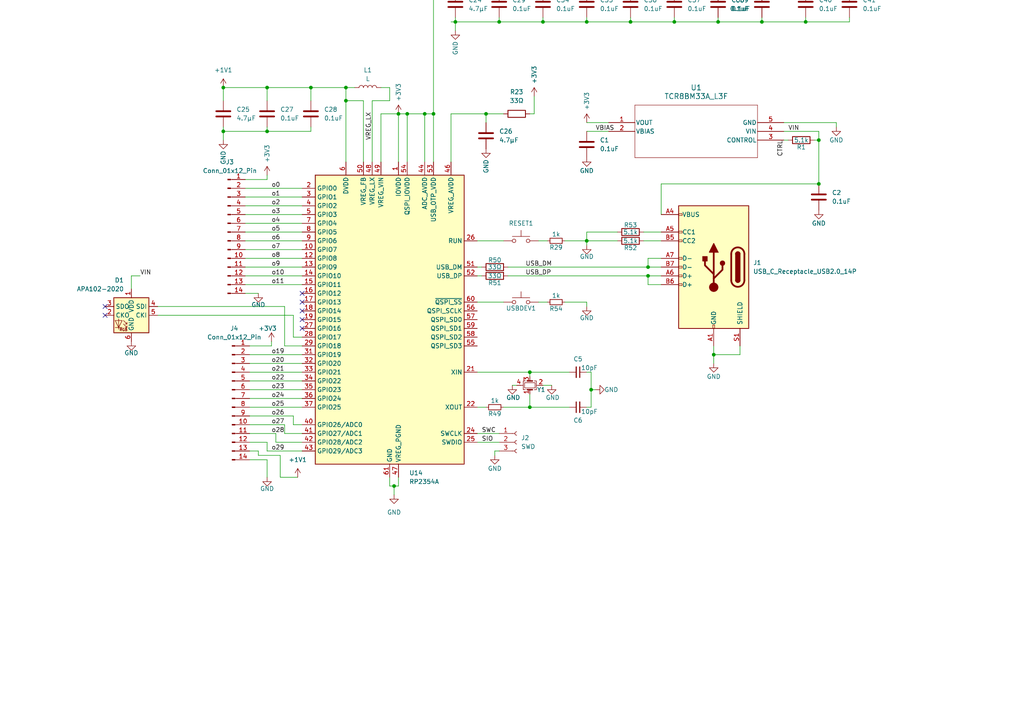
<source format=kicad_sch>
(kicad_sch (version 20250114) (generator "eeschema") (generator_version "9.0")
  (paper "A4")
  (lib_symbols
    (symbol "2026-02-17_20-55-50:TCR8BM33A_L3F" (pin_names (offset 0.254))
      (property "Reference" "U" (at 25.4 10.16 0))
      (property "Value" "TCR8BM33A_L3F" (at 25.4 7.62 0))
      (symbol "TCR8BM33A_L3F_0_1"
        (polyline (pts (xy 7.62 5.08) (xy 7.62 -10.16)) (stroke (width 0.127)))
        (polyline (pts (xy 7.62 -10.16) (xy 43.18 -10.16)) (stroke (width 0.127)))
        (polyline (pts (xy 43.18 5.08) (xy 7.62 5.08)) (stroke (width 0.127)))
        (polyline (pts (xy 43.18 -10.16) (xy 43.18 5.08)) (stroke (width 0.127)))
        (pin output line (at 0 0 0) (length 7.62) (name "VOUT") (number "1"))
        (pin power_in line (at 0 -2.54 0) (length 7.62) (name "VBIAS") (number "2"))
        (pin power_out line (at 50.8 0 180) (length 7.62) (name "GND") (number "5"))
        (pin power_in line (at 50.8 -2.54 180) (length 7.62) (name "VIN") (number "4"))
        (pin unspecified line (at 50.8 -5.08 180) (length 7.62) (name "CONTROL") (number "3"))
      )
    )
    (symbol "Connector:Conn_01x03_Socket" (pin_names (offset 1.016) (hide yes))
      (property "Reference" "J" (at 0 5.08 0))
      (property "Value" "Conn_01x03_Socket" (at 0 -5.08 0))
      (symbol "Conn_01x03_Socket_1_1"
        (polyline (pts (xy -1.27 2.54) (xy -0.508 2.54)) (stroke (width 0.1524)))
        (polyline (pts (xy -1.27 0) (xy -0.508 0)) (stroke (width 0.1524)))
        (polyline (pts (xy -1.27 -2.54) (xy -0.508 -2.54)) (stroke (width 0.1524)))
        (arc (start 0 2.032) (mid -0.5058 2.54) (end 0 3.048) (stroke (width 0.1524)))
        (arc (start 0 -0.508) (mid -0.5058 0) (end 0 0.508) (stroke (width 0.1524)))
        (arc (start 0 -3.048) (mid -0.5058 -2.54) (end 0 -2.032) (stroke (width 0.1524)))
        (pin passive line (at -5.08 2.54 0) (length 3.81) (name "Pin_1") (number "1"))
        (pin passive line (at -5.08 0 0) (length 3.81) (name "Pin_2") (number "2"))
        (pin passive line (at -5.08 -2.54 0) (length 3.81) (name "Pin_3") (number "3"))
      )
    )
    (symbol "Connector:Conn_01x14_Pin" (pin_names (offset 1.016) (hide yes))
      (property "Reference" "J" (at 0 17.78 0))
      (property "Value" "Conn_01x14_Pin" (at 0 -20.32 0))
      (symbol "Conn_01x14_Pin_1_1"
        (rectangle (start 0.8636 15.367) (end 0 15.113) (stroke (width 0.1524)) (fill (type outline)))
        (rectangle (start 0.8636 12.827) (end 0 12.573) (stroke (width 0.1524)) (fill (type outline)))
        (rectangle (start 0.8636 10.287) (end 0 10.033) (stroke (width 0.1524)) (fill (type outline)))
        (rectangle (start 0.8636 7.747) (end 0 7.493) (stroke (width 0.1524)) (fill (type outline)))
        (rectangle (start 0.8636 5.207) (end 0 4.953) (stroke (width 0.1524)) (fill (type outline)))
        (rectangle (start 0.8636 2.667) (end 0 2.413) (stroke (width 0.1524)) (fill (type outline)))
        (rectangle (start 0.8636 0.127) (end 0 -0.127) (stroke (width 0.1524)) (fill (type outline)))
        (rectangle (start 0.8636 -2.413) (end 0 -2.667) (stroke (width 0.1524)) (fill (type outline)))
        (rectangle (start 0.8636 -4.953) (end 0 -5.207) (stroke (width 0.1524)) (fill (type outline)))
        (rectangle (start 0.8636 -7.493) (end 0 -7.747) (stroke (width 0.1524)) (fill (type outline)))
        (rectangle (start 0.8636 -10.033) (end 0 -10.287) (stroke (width 0.1524)) (fill (type outline)))
        (rectangle (start 0.8636 -12.573) (end 0 -12.827) (stroke (width 0.1524)) (fill (type outline)))
        (rectangle (start 0.8636 -15.113) (end 0 -15.367) (stroke (width 0.1524)) (fill (type outline)))
        (rectangle (start 0.8636 -17.653) (end 0 -17.907) (stroke (width 0.1524)) (fill (type outline)))
        (polyline (pts (xy 1.27 15.24) (xy 0.8636 15.24)) (stroke (width 0.1524)))
        (polyline (pts (xy 1.27 12.7) (xy 0.8636 12.7)) (stroke (width 0.1524)))
        (polyline (pts (xy 1.27 10.16) (xy 0.8636 10.16)) (stroke (width 0.1524)))
        (polyline (pts (xy 1.27 7.62) (xy 0.8636 7.62)) (stroke (width 0.1524)))
        (polyline (pts (xy 1.27 5.08) (xy 0.8636 5.08)) (stroke (width 0.1524)))
        (polyline (pts (xy 1.27 2.54) (xy 0.8636 2.54)) (stroke (width 0.1524)))
        (polyline (pts (xy 1.27 0) (xy 0.8636 0)) (stroke (width 0.1524)))
        (polyline (pts (xy 1.27 -2.54) (xy 0.8636 -2.54)) (stroke (width 0.1524)))
        (polyline (pts (xy 1.27 -5.08) (xy 0.8636 -5.08)) (stroke (width 0.1524)))
        (polyline (pts (xy 1.27 -7.62) (xy 0.8636 -7.62)) (stroke (width 0.1524)))
        (polyline (pts (xy 1.27 -10.16) (xy 0.8636 -10.16)) (stroke (width 0.1524)))
        (polyline (pts (xy 1.27 -12.7) (xy 0.8636 -12.7)) (stroke (width 0.1524)))
        (polyline (pts (xy 1.27 -15.24) (xy 0.8636 -15.24)) (stroke (width 0.1524)))
        (polyline (pts (xy 1.27 -17.78) (xy 0.8636 -17.78)) (stroke (width 0.1524)))
        (pin passive line (at 5.08 15.24 180) (length 3.81) (name "Pin_1") (number "1"))
        (pin passive line (at 5.08 12.7 180) (length 3.81) (name "Pin_2") (number "2"))
        (pin passive line (at 5.08 10.16 180) (length 3.81) (name "Pin_3") (number "3"))
        (pin passive line (at 5.08 7.62 180) (length 3.81) (name "Pin_4") (number "4"))
        (pin passive line (at 5.08 5.08 180) (length 3.81) (name "Pin_5") (number "5"))
        (pin passive line (at 5.08 2.54 180) (length 3.81) (name "Pin_6") (number "6"))
        (pin passive line (at 5.08 0 180) (length 3.81) (name "Pin_7") (number "7"))
        (pin passive line (at 5.08 -2.54 180) (length 3.81) (name "Pin_8") (number "8"))
        (pin passive line (at 5.08 -5.08 180) (length 3.81) (name "Pin_9") (number "9"))
        (pin passive line (at 5.08 -7.62 180) (length 3.81) (name "Pin_10") (number "10"))
        (pin passive line (at 5.08 -10.16 180) (length 3.81) (name "Pin_11") (number "11"))
        (pin passive line (at 5.08 -12.7 180) (length 3.81) (name "Pin_12") (number "12"))
        (pin passive line (at 5.08 -15.24 180) (length 3.81) (name "Pin_13") (number "13"))
        (pin passive line (at 5.08 -17.78 180) (length 3.81) (name "Pin_14") (number "14"))
      )
    )
    (symbol "Connector:USB_C_Receptacle_USB2.0_14P" (pin_names (offset 1.016))
      (property "Reference" "J" (at 0 22.225 0))
      (property "Value" "USB_C_Receptacle_USB2.0_14P" (at 0 19.685 0))
      (symbol "USB_C_Receptacle_USB2.0_14P_0_0"
        (rectangle (start -0.254 -17.78) (end 0.254 -16.764))
        (rectangle (start 10.16 15.494) (end 9.144 14.986))
        (rectangle (start 10.16 10.414) (end 9.144 9.906))
        (rectangle (start 10.16 7.874) (end 9.144 7.366))
        (rectangle (start 10.16 2.794) (end 9.144 2.286))
        (rectangle (start 10.16 0.254) (end 9.144 -0.254))
        (rectangle (start 10.16 -2.286) (end 9.144 -2.794))
        (rectangle (start 10.16 -4.826) (end 9.144 -5.334))
      )
      (symbol "USB_C_Receptacle_USB2.0_14P_0_1"
        (rectangle (start -10.16 17.78) (end 10.16 -17.78) (stroke (width 0.254)) (fill (type background)))
        (polyline (pts (xy -8.89 -3.81) (xy -8.89 3.81)) (stroke (width 0.508)))
        (rectangle (start -7.62 -3.81) (end -6.35 3.81) (stroke (width 0.254)) (fill (type outline)))
        (arc (start -7.62 3.81) (mid -6.985 4.4423) (end -6.35 3.81) (stroke (width 0.254)))
        (arc (start -7.62 3.81) (mid -6.985 4.4423) (end -6.35 3.81) (stroke (width 0.254)) (fill (type outline)))
        (arc (start -8.89 3.81) (mid -6.985 5.7067) (end -5.08 3.81) (stroke (width 0.508)))
        (arc (start -5.08 -3.81) (mid -6.985 -5.7067) (end -8.89 -3.81) (stroke (width 0.508)))
        (arc (start -6.35 -3.81) (mid -6.985 -4.4423) (end -7.62 -3.81) (stroke (width 0.254)))
        (arc (start -6.35 -3.81) (mid -6.985 -4.4423) (end -7.62 -3.81) (stroke (width 0.254)) (fill (type outline)))
        (polyline (pts (xy -5.08 3.81) (xy -5.08 -3.81)) (stroke (width 0.508)))
        (circle (center -2.54 1.143) (radius 0.635) (stroke (width 0.254)) (fill (type outline)))
        (polyline (pts (xy -1.27 4.318) (xy 0 6.858) (xy 1.27 4.318) (xy -1.27 4.318)) (stroke (width 0.254)) (fill (type outline)))
        (polyline (pts (xy 0 -2.032) (xy 2.54 0.508) (xy 2.54 1.778)) (stroke (width 0.508)))
        (polyline (pts (xy 0 -3.302) (xy -2.54 -0.762) (xy -2.54 0.508)) (stroke (width 0.508)))
        (polyline (pts (xy 0 -5.842) (xy 0 4.318)) (stroke (width 0.508)))
        (circle (center 0 -5.842) (radius 1.27) (fill (type outline)))
        (rectangle (start 1.905 1.778) (end 3.175 3.048) (stroke (width 0.254)) (fill (type outline)))
      )
      (symbol "USB_C_Receptacle_USB2.0_14P_1_1"
        (pin passive line (at -7.62 -22.86 90) (length 5.08) (name "SHIELD") (number "S1"))
        (pin passive line (at 0 -22.86 90) (length 5.08) (name "GND") (number "A1"))
        (pin passive line (at 0 -22.86 90) (length 5.08) (hide yes) (name "GND") (number "A12"))
        (pin passive line (at 0 -22.86 90) (length 5.08) (hide yes) (name "GND") (number "B1"))
        (pin passive line (at 0 -22.86 90) (length 5.08) (hide yes) (name "GND") (number "B12"))
        (pin passive line (at 15.24 15.24 180) (length 5.08) (name "VBUS") (number "A4"))
        (pin passive line (at 15.24 15.24 180) (length 5.08) (hide yes) (name "VBUS") (number "A9"))
        (pin passive line (at 15.24 15.24 180) (length 5.08) (hide yes) (name "VBUS") (number "B4"))
        (pin passive line (at 15.24 15.24 180) (length 5.08) (hide yes) (name "VBUS") (number "B9"))
        (pin bidirectional line (at 15.24 10.16 180) (length 5.08) (name "CC1") (number "A5"))
        (pin bidirectional line (at 15.24 7.62 180) (length 5.08) (name "CC2") (number "B5"))
        (pin bidirectional line (at 15.24 2.54 180) (length 5.08) (name "D-") (number "A7"))
        (pin bidirectional line (at 15.24 0 180) (length 5.08) (name "D-") (number "B7"))
        (pin bidirectional line (at 15.24 -2.54 180) (length 5.08) (name "D+") (number "A6"))
        (pin bidirectional line (at 15.24 -5.08 180) (length 5.08) (name "D+") (number "B6"))
      )
    )
    (symbol "Device:C" (pin_numbers (hide yes)) (pin_names (offset 0.254))
      (property "Reference" "C" (at 0.635 2.54 0))
      (property "Value" "C" (at 0.635 -2.54 0))
      (symbol "C_0_1"
        (polyline (pts (xy -2.032 0.762) (xy 2.032 0.762)) (stroke (width 0.508)))
        (polyline (pts (xy -2.032 -0.762) (xy 2.032 -0.762)) (stroke (width 0.508)))
      )
      (symbol "C_1_1"
        (pin passive line (at 0 3.81 270) (length 2.794) (name "~") (number "1"))
        (pin passive line (at 0 -3.81 90) (length 2.794) (name "~") (number "2"))
      )
    )
    (symbol "Device:C_Small" (pin_numbers (hide yes)) (pin_names (offset 0.254) (hide yes))
      (property "Reference" "C" (at 0.254 1.778 0))
      (property "Value" "C_Small" (at 0.254 -2.032 0))
      (symbol "C_Small_0_1"
        (polyline (pts (xy -1.524 0.508) (xy 1.524 0.508)) (stroke (width 0.3048)))
        (polyline (pts (xy -1.524 -0.508) (xy 1.524 -0.508)) (stroke (width 0.3302)))
      )
      (symbol "C_Small_1_1"
        (pin passive line (at 0 2.54 270) (length 2.032) (name "~") (number "1"))
        (pin passive line (at 0 -2.54 90) (length 2.032) (name "~") (number "2"))
      )
    )
    (symbol "Device:L" (pin_numbers (hide yes)) (pin_names (offset 1.016) (hide yes))
      (property "Reference" "L" (at -1.27 0 90))
      (property "Value" "L" (at 1.905 0 90))
      (symbol "L_0_1"
        (arc (start 0 2.54) (mid 0.6323 1.905) (end 0 1.27))
        (arc (start 0 1.27) (mid 0.6323 0.635) (end 0 0))
        (arc (start 0 0) (mid 0.6323 -0.635) (end 0 -1.27))
        (arc (start 0 -1.27) (mid 0.6323 -1.905) (end 0 -2.54))
      )
      (symbol "L_1_1"
        (pin passive line (at 0 3.81 270) (length 1.27) (name "1") (number "1"))
        (pin passive line (at 0 -3.81 90) (length 1.27) (name "2") (number "2"))
      )
    )
    (symbol "Device:R" (pin_numbers (hide yes)) (pin_names (offset 0))
      (property "Reference" "R" (at 2.032 0 90))
      (property "Value" "R" (at 0 0 90))
      (symbol "R_0_1"
        (rectangle (start -1.016 -2.54) (end 1.016 2.54) (stroke (width 0.254)))
      )
      (symbol "R_1_1"
        (pin passive line (at 0 3.81 270) (length 1.27) (name "~") (number "1"))
        (pin passive line (at 0 -3.81 90) (length 1.27) (name "~") (number "2"))
      )
    )
    (symbol "LED:APA102-2020"
      (property "Reference" "D" (at 5.08 5.715 0))
      (property "Value" "APA102-2020" (at 1.27 -5.715 0))
      (symbol "APA102-2020_0_0"
        (text "RGB" (at 2.286 -4.191 0) (effects (font (size 0.762 0.762))))
      )
      (symbol "APA102-2020_0_1"
        (polyline (pts (xy 1.27 -2.54) (xy 1.778 -2.54)))
        (polyline (pts (xy 1.27 -3.556) (xy 1.778 -3.556)))
        (polyline (pts (xy 2.286 -1.524) (xy 1.27 -2.54) (xy 1.27 -2.032)))
        (polyline (pts (xy 2.286 -2.54) (xy 1.27 -3.556) (xy 1.27 -3.048)))
        (polyline (pts (xy 3.683 -1.016) (xy 3.683 -3.556) (xy 3.683 -4.064)))
        (polyline (pts (xy 4.699 -1.524) (xy 2.667 -1.524) (xy 3.683 -3.556) (xy 4.699 -1.524)))
        (polyline (pts (xy 4.699 -3.556) (xy 2.667 -3.556)))
        (rectangle (start 5.08 5.08) (end -5.08 -5.08) (stroke (width 0.254)) (fill (type background)))
      )
      (symbol "APA102-2020_1_1"
        (pin input line (at -7.62 2.54 0) (length 2.54) (name "SDI") (number "4"))
        (pin input line (at -7.62 0 0) (length 2.54) (name "CKI") (number "5"))
        (pin power_in line (at 0 7.62 270) (length 2.54) (name "VDD") (number "1"))
        (pin power_in line (at 0 -7.62 90) (length 2.54) (name "GND") (number "6"))
        (pin output line (at 7.62 2.54 180) (length 2.54) (name "SDO") (number "3"))
        (pin output line (at 7.62 0 180) (length 2.54) (name "CKO") (number "2"))
      )
    )
    (symbol "MCU_RaspberryPi:RP2354A"
      (property "Reference" "U" (at 17.526 47.244 0))
      (property "Value" "RP2354A" (at 17.526 44.704 0))
      (symbol "RP2354A_0_1"
        (rectangle (start -21.59 41.91) (end 21.59 -41.91) (stroke (width 0.254)) (fill (type background)))
      )
      (symbol "RP2354A_1_0"
        (pin power_in line (at -17.78 45.72 270) (length 3.81) (name "VREG_AVDD") (number "46"))
        (pin power_in line (at -12.7 45.72 270) (length 3.81) (name "USB_OTP_VDD") (number "53"))
        (pin power_in line (at -5.08 45.72 270) (length 3.81) (name "QSPI_IOVDD") (number "54"))
        (pin power_in line (at -2.54 -45.72 90) (length 3.81) (name "VREG_PGND") (number "47"))
        (pin passive line (at 12.7 45.72 270) (length 3.81) (hide yes) (name "DVDD") (number "39"))
        (pin power_in line (at 12.7 45.72 270) (length 3.81) (name "DVDD") (number "6"))
      )
      (symbol "RP2354A_1_1"
        (pin input line (at -25.4 22.86 0) (length 3.81) (name "RUN") (number "26"))
        (pin bidirectional line (at -25.4 15.24 0) (length 3.81) (name "USB_DM") (number "51"))
        (pin bidirectional line (at -25.4 12.7 0) (length 3.81) (name "USB_DP") (number "52"))
        (pin output line (at -25.4 5.08 0) (length 3.81) (name "~{QSPI_SS}") (number "60"))
        (pin output line (at -25.4 2.54 0) (length 3.81) (name "QSPI_SCLK") (number "56"))
        (pin bidirectional line (at -25.4 0 0) (length 3.81) (name "QSPI_SD0") (number "57"))
        (pin bidirectional line (at -25.4 -2.54 0) (length 3.81) (name "QSPI_SD1") (number "59"))
        (pin bidirectional line (at -25.4 -5.08 0) (length 3.81) (name "QSPI_SD2") (number "58"))
        (pin bidirectional line (at -25.4 -7.62 0) (length 3.81) (name "QSPI_SD3") (number "55"))
        (pin input line (at -25.4 -15.24 0) (length 3.81) (name "XIN") (number "21"))
        (pin output line (at -25.4 -25.4 0) (length 3.81) (name "XOUT") (number "22"))
        (pin input line (at -25.4 -33.02 0) (length 3.81) (name "SWCLK") (number "24"))
        (pin bidirectional line (at -25.4 -35.56 0) (length 3.81) (name "SWDIO") (number "25"))
        (pin power_in line (at -10.16 45.72 270) (length 3.81) (name "ADC_AVDD") (number "44"))
        (pin power_in line (at -2.54 45.72 270) (length 3.81) (name "IOVDD") (number "1"))
        (pin passive line (at -2.54 45.72 270) (length 3.81) (hide yes) (name "IOVDD") (number "11"))
        (pin passive line (at -2.54 45.72 270) (length 3.81) (hide yes) (name "IOVDD") (number "20"))
        (pin passive line (at -2.54 45.72 270) (length 3.81) (hide yes) (name "IOVDD") (number "30"))
        (pin passive line (at -2.54 45.72 270) (length 3.81) (hide yes) (name "IOVDD") (number "38"))
        (pin passive line (at -2.54 45.72 270) (length 3.81) (hide yes) (name "IOVDD") (number "45"))
        (pin power_in line (at 0 -45.72 90) (length 3.81) (name "GND") (number "61"))
        (pin power_in line (at 2.54 45.72 270) (length 3.81) (name "VREG_VIN") (number "49"))
        (pin power_out line (at 5.08 45.72 270) (length 3.81) (name "VREG_LX") (number "48"))
        (pin passive line (at 7.62 45.72 270) (length 3.81) (name "VREG_FB") (number "50"))
        (pin passive line (at 12.7 45.72 270) (length 3.81) (hide yes) (name "DVDD") (number "23"))
        (pin bidirectional line (at 25.4 38.1 180) (length 3.81) (name "GPIO0") (number "2"))
        (pin bidirectional line (at 25.4 35.56 180) (length 3.81) (name "GPIO1") (number "3"))
        (pin bidirectional line (at 25.4 33.02 180) (length 3.81) (name "GPIO2") (number "4"))
        (pin bidirectional line (at 25.4 30.48 180) (length 3.81) (name "GPIO3") (number "5"))
        (pin bidirectional line (at 25.4 27.94 180) (length 3.81) (name "GPIO4") (number "7"))
        (pin bidirectional line (at 25.4 25.4 180) (length 3.81) (name "GPIO5") (number "8"))
        (pin bidirectional line (at 25.4 22.86 180) (length 3.81) (name "GPIO6") (number "9"))
        (pin bidirectional line (at 25.4 20.32 180) (length 3.81) (name "GPIO7") (number "10"))
        (pin bidirectional line (at 25.4 17.78 180) (length 3.81) (name "GPIO8") (number "12"))
        (pin bidirectional line (at 25.4 15.24 180) (length 3.81) (name "GPIO9") (number "13"))
        (pin bidirectional line (at 25.4 12.7 180) (length 3.81) (name "GPIO10") (number "14"))
        (pin bidirectional line (at 25.4 10.16 180) (length 3.81) (name "GPIO11") (number "15"))
        (pin bidirectional line (at 25.4 7.62 180) (length 3.81) (name "GPIO12") (number "16"))
        (pin bidirectional line (at 25.4 5.08 180) (length 3.81) (name "GPIO13") (number "17"))
        (pin bidirectional line (at 25.4 2.54 180) (length 3.81) (name "GPIO14") (number "18"))
        (pin bidirectional line (at 25.4 0 180) (length 3.81) (name "GPIO15") (number "19"))
        (pin bidirectional line (at 25.4 -2.54 180) (length 3.81) (name "GPIO16") (number "27"))
        (pin bidirectional line (at 25.4 -5.08 180) (length 3.81) (name "GPIO17") (number "28"))
        (pin bidirectional line (at 25.4 -7.62 180) (length 3.81) (name "GPIO18") (number "29"))
        (pin bidirectional line (at 25.4 -10.16 180) (length 3.81) (name "GPIO19") (number "31"))
        (pin bidirectional line (at 25.4 -12.7 180) (length 3.81) (name "GPIO20") (number "32"))
        (pin bidirectional line (at 25.4 -15.24 180) (length 3.81) (name "GPIO21") (number "33"))
        (pin bidirectional line (at 25.4 -17.78 180) (length 3.81) (name "GPIO22") (number "34"))
        (pin bidirectional line (at 25.4 -20.32 180) (length 3.81) (name "GPIO23") (number "35"))
        (pin bidirectional line (at 25.4 -22.86 180) (length 3.81) (name "GPIO24") (number "36"))
        (pin bidirectional line (at 25.4 -25.4 180) (length 3.81) (name "GPIO25") (number "37"))
        (pin bidirectional line (at 25.4 -30.48 180) (length 3.81) (name "GPIO26/ADC0") (number "40"))
        (pin bidirectional line (at 25.4 -33.02 180) (length 3.81) (name "GPIO27/ADC1") (number "41"))
        (pin bidirectional line (at 25.4 -35.56 180) (length 3.81) (name "GPIO28/ADC2") (number "42"))
        (pin bidirectional line (at 25.4 -38.1 180) (length 3.81) (name "GPIO29/ADC3") (number "43"))
      )
    )
    (symbol "Switch:SW_Push" (pin_numbers (hide yes)) (pin_names (offset 1.016) (hide yes))
      (property "Reference" "SW" (at 1.27 2.54 0))
      (property "Value" "SW_Push" (at 0 -1.524 0))
      (symbol "SW_Push_0_1"
        (circle (center -2.032 0) (radius 0.508))
        (polyline (pts (xy 0 1.27) (xy 0 3.048)))
        (circle (center 2.032 0) (radius 0.508))
        (polyline (pts (xy 2.54 1.27) (xy -2.54 1.27)))
        (pin passive line (at -5.08 0 0) (length 2.54) (name "1") (number "1"))
        (pin passive line (at 5.08 0 180) (length 2.54) (name "2") (number "2"))
      )
    )
    (symbol "power:+1V1" (power) (pin_numbers (hide yes)) (pin_names (offset 0) (hide yes))
      (property "Value" "+1V1" (at 0 3.556 0))
      (symbol "+1V1_0_1"
        (polyline (pts (xy -0.762 1.27) (xy 0 2.54)))
        (polyline (pts (xy 0 2.54) (xy 0.762 1.27)))
        (polyline (pts (xy 0 0) (xy 0 2.54)))
      )
      (symbol "+1V1_1_1"
        (pin power_in line (at 0 0 90) (length 0) (name "~") (number "1"))
      )
    )
    (symbol "power:+3.3V" (power) (pin_names (offset 0))
      (property "Value" "+3.3V" (at 0 3.556 0))
      (symbol "+3.3V_0_1"
        (polyline (pts (xy -0.762 1.27) (xy 0 2.54)))
        (polyline (pts (xy 0 2.54) (xy 0.762 1.27)))
        (polyline (pts (xy 0 0) (xy 0 2.54)))
      )
      (symbol "+3.3V_1_1"
        (pin power_in line (at 0 0 90) (length 0) (hide yes) (name "+3V3") (number "1"))
      )
    )
    (symbol "power:GND" (power) (pin_names (offset 0))
      (property "Value" "GND" (at 0 -3.81 0))
      (symbol "GND_0_1"
        (polyline (pts (xy 0 0) (xy 0 -1.27) (xy 1.27 -1.27) (xy 0 -2.54) (xy -1.27 -1.27) (xy 0 -1.27)))
      )
      (symbol "GND_1_1"
        (pin power_in line (at 0 0 270) (length 0) (hide yes) (name "GND") (number "1"))
      )
    )
    (symbol "wazombi:Crystal_GND24_Small" (pin_names (offset 1.016) (hide yes))
      (property "Reference" "Y" (at 1.27 4.445 0))
      (symbol "Crystal_GND24_Small_0_1"
        (polyline (pts (xy -1.27 1.27) (xy -1.27 1.905) (xy 1.27 1.905) (xy 1.27 1.27)))
        (polyline (pts (xy -1.27 -0.762) (xy -1.27 0.762)) (stroke (width 0.381)))
        (polyline (pts (xy -1.27 -1.27) (xy -1.27 -1.905) (xy 1.27 -1.905) (xy 1.27 -1.27)))
        (rectangle (start -0.762 -1.524) (end 0.762 1.524))
        (polyline (pts (xy 0 2.5654) (xy 0 1.9304)))
        (polyline (pts (xy 0 -1.905) (xy 0 -2.6162)))
        (polyline (pts (xy 1.27 -0.762) (xy 1.27 0.762)) (stroke (width 0.381)))
      )
      (symbol "Crystal_GND24_Small_1_1"
        (pin passive line (at -2.54 0 0) (length 1.27) (name "1") (number "1"))
        (pin passive line (at 0 3.81 270) (length 1.27) (name "4") (number "4"))
        (pin passive line (at 0 -3.81 90) (length 1.27) (name "2") (number "2"))
        (pin passive line (at 2.54 0 180) (length 1.27) (name "3") (number "3"))
      )
    )
    (symbol "wazombi:R_Small" (pin_numbers (hide yes)) (pin_names (offset 0.254) (hide yes))
      (property "Reference" "R" (at 0.762 0.508 0))
      (property "Value" "R_Small" (at 0.762 -1.016 0))
      (symbol "R_Small_0_1"
        (rectangle (start -0.762 1.778) (end 0.762 -1.778) (stroke (width 0.2032)))
      )
      (symbol "R_Small_1_1"
        (pin passive line (at 0 2.54 270) (length 0.762) (name "~") (number "1"))
        (pin passive line (at 0 -2.54 90) (length 0.762) (name "~") (number "2"))
      )
    )
  )
  (junction (at 118.11 33.02))
  (junction (at 125.73 33.02))
  (junction (at 157.48 6.35))
  (junction (at 195.58 -5.08))
  (junction (at 195.58 6.35))
  (junction (at 237.49 40.64))
  (junction (at 187.96 77.47))
  (junction (at 77.47 38.1))
  (junction (at 123.19 33.02))
  (junction (at 208.28 -5.08))
  (junction (at 220.98 -5.08))
  (junction (at 77.47 25.4))
  (junction (at 144.78 -5.08))
  (junction (at 170.18 69.85))
  (junction (at 237.49 53.34))
  (junction (at 182.88 -5.08))
  (junction (at 170.18 6.35))
  (junction (at 144.78 6.35))
  (junction (at 100.33 25.4))
  (junction (at 153.67 118.11))
  (junction (at 132.08 -5.08))
  (junction (at 100.33 29.21))
  (junction (at 187.96 80.01))
  (junction (at 114.3 140.97))
  (junction (at 182.88 6.35))
  (junction (at 132.08 6.35))
  (junction (at 157.48 -5.08))
  (junction (at 171.45 113.03))
  (junction (at 208.28 6.35))
  (junction (at 140.97 33.02))
  (junction (at 64.77 25.4))
  (junction (at 170.18 -5.08))
  (junction (at 153.67 107.95))
  (junction (at 233.68 -5.08))
  (junction (at 90.17 25.4))
  (junction (at 64.77 38.1))
  (junction (at 233.68 6.35))
  (junction (at 207.01 102.87))
  (junction (at 220.98 6.35))
  (junction (at 115.57 33.02))
  (no_connect (at 87.63 85.09))
  (no_connect (at 87.63 90.17))
  (no_connect (at 30.48 91.44))
  (no_connect (at 87.63 87.63))
  (no_connect (at 87.63 95.25))
  (no_connect (at 30.48 88.9))
  (no_connect (at 87.63 92.71))
  (wire (pts (xy 143.51 130.81) (xy 143.51 132.08)))
  (wire (pts (xy 157.48 6.35) (xy 170.18 6.35)))
  (wire (pts (xy 78.74 100.33) (xy 78.74 99.06)))
  (wire (pts (xy 165.1 107.95) (xy 153.67 107.95)))
  (wire (pts (xy 74.93 130.81) (xy 72.39 130.81)))
  (wire (pts (xy 87.63 130.81) (xy 77.47 130.81)))
  (wire (pts (xy 72.39 102.87) (xy 87.63 102.87)))
  (wire (pts (xy 113.03 140.97) (xy 113.03 138.43)))
  (wire (pts (xy 191.77 82.55) (xy 187.96 82.55)))
  (wire (pts (xy 132.08 6.35) (xy 144.78 6.35)))
  (wire (pts (xy 77.47 25.4) (xy 90.17 25.4)))
  (wire (pts (xy 140.97 33.02) (xy 146.05 33.02)))
  (wire (pts (xy 123.19 33.02) (xy 123.19 46.99)))
  (wire (pts (xy 71.12 74.93) (xy 87.63 74.93)))
  (wire (pts (xy 113.03 25.4) (xy 110.49 25.4)))
  (wire (pts (xy 156.21 69.85) (xy 158.75 69.85)))
  (wire (pts (xy 80.01 128.27) (xy 80.01 125.73)))
  (wire (pts (xy 236.22 40.64) (xy 237.49 40.64)))
  (wire (pts (xy 157.48 111.76) (xy 160.02 111.76)))
  (wire (pts (xy 71.12 59.69) (xy 87.63 59.69)))
  (wire (pts (xy 87.63 125.73) (xy 82.55 125.73)))
  (wire (pts (xy 170.18 -5.08) (xy 182.88 -5.08)))
  (wire (pts (xy 72.39 115.57) (xy 87.63 115.57)))
  (wire (pts (xy 191.77 74.93) (xy 187.96 74.93)))
  (wire (pts (xy 81.28 138.43) (xy 81.28 132.08)))
  (wire (pts (xy 170.18 38.1) (xy 176.53 38.1)))
  (wire (pts (xy 170.18 69.85) (xy 170.18 71.12)))
  (wire (pts (xy 72.39 100.33) (xy 78.74 100.33)))
  (wire (pts (xy 138.43 128.27) (xy 144.78 128.27)))
  (wire (pts (xy 71.12 57.15) (xy 87.63 57.15)))
  (wire (pts (xy 186.69 67.31) (xy 191.77 67.31)))
  (wire (pts (xy 227.33 40.64) (xy 228.6 40.64)))
  (wire (pts (xy 233.68 5.08) (xy 233.68 6.35)))
  (wire (pts (xy 179.07 67.31) (xy 170.18 67.31)))
  (wire (pts (xy 170.18 -5.08) (xy 157.48 -5.08)))
  (wire (pts (xy 170.18 -2.54) (xy 170.18 -5.08)))
  (wire (pts (xy 153.67 118.11) (xy 153.67 114.3)))
  (wire (pts (xy 140.97 33.02) (xy 140.97 35.56)))
  (wire (pts (xy 105.41 46.99) (xy 105.41 29.21)))
  (wire (pts (xy 64.77 38.1) (xy 64.77 40.64)))
  (wire (pts (xy 154.94 27.94) (xy 154.94 33.02)))
  (wire (pts (xy 132.08 8.89) (xy 132.08 6.35)))
  (wire (pts (xy 74.93 132.08) (xy 74.93 130.81)))
  (wire (pts (xy 77.47 36.83) (xy 77.47 38.1)))
  (wire (pts (xy 138.43 107.95) (xy 153.67 107.95)))
  (wire (pts (xy 165.1 118.11) (xy 153.67 118.11)))
  (wire (pts (xy 72.39 105.41) (xy 87.63 105.41)))
  (wire (pts (xy 71.12 52.07) (xy 77.47 52.07)))
  (wire (pts (xy 77.47 130.81) (xy 77.47 128.27)))
  (wire (pts (xy 195.58 6.35) (xy 208.28 6.35)))
  (wire (pts (xy 71.12 85.09) (xy 74.93 85.09)))
  (wire (pts (xy 130.81 46.99) (xy 130.81 33.02)))
  (wire (pts (xy 87.63 128.27) (xy 80.01 128.27)))
  (wire (pts (xy 146.05 118.11) (xy 153.67 118.11)))
  (wire (pts (xy 115.57 138.43) (xy 115.57 140.97)))
  (wire (pts (xy 195.58 -2.54) (xy 195.58 -5.08)))
  (wire (pts (xy 87.63 123.19) (xy 85.09 123.19)))
  (wire (pts (xy 85.09 123.19) (xy 85.09 120.65)))
  (wire (pts (xy 208.28 5.08) (xy 208.28 6.35)))
  (wire (pts (xy 118.11 33.02) (xy 123.19 33.02)))
  (wire (pts (xy 147.32 77.47) (xy 187.96 77.47)))
  (wire (pts (xy 171.45 113.03) (xy 171.45 118.11)))
  (wire (pts (xy 144.78 6.35) (xy 157.48 6.35)))
  (wire (pts (xy 191.77 62.23) (xy 191.77 53.34)))
  (wire (pts (xy 138.43 87.63) (xy 146.05 87.63)))
  (wire (pts (xy 237.49 38.1) (xy 227.33 38.1)))
  (wire (pts (xy 100.33 29.21) (xy 100.33 46.99)))
  (wire (pts (xy 81.28 132.08) (xy 74.93 132.08)))
  (wire (pts (xy 246.38 -2.54) (xy 246.38 -5.08)))
  (wire (pts (xy 113.03 29.21) (xy 113.03 25.4)))
  (wire (pts (xy 242.57 35.56) (xy 242.57 36.83)))
  (wire (pts (xy 233.68 6.35) (xy 246.38 6.35)))
  (wire (pts (xy 107.95 29.21) (xy 107.95 46.99)))
  (wire (pts (xy 187.96 77.47) (xy 191.77 77.47)))
  (wire (pts (xy 114.3 140.97) (xy 113.03 140.97)))
  (wire (pts (xy 82.55 88.9) (xy 82.55 100.33)))
  (wire (pts (xy 71.12 67.31) (xy 87.63 67.31)))
  (wire (pts (xy 64.77 25.4) (xy 77.47 25.4)))
  (wire (pts (xy 237.49 53.34) (xy 237.49 40.64)))
  (wire (pts (xy 195.58 5.08) (xy 195.58 6.35)))
  (wire (pts (xy 220.98 -5.08) (xy 233.68 -5.08)))
  (wire (pts (xy 182.88 -2.54) (xy 182.88 -5.08)))
  (wire (pts (xy 64.77 29.21) (xy 64.77 25.4)))
  (wire (pts (xy 87.63 97.79) (xy 85.09 97.79)))
  (wire (pts (xy 71.12 72.39) (xy 87.63 72.39)))
  (wire (pts (xy 191.77 53.34) (xy 237.49 53.34)))
  (wire (pts (xy 214.63 102.87) (xy 207.01 102.87)))
  (wire (pts (xy 246.38 5.08) (xy 246.38 6.35)))
  (wire (pts (xy 77.47 38.1) (xy 64.77 38.1)))
  (wire (pts (xy 118.11 33.02) (xy 118.11 46.99)))
  (wire (pts (xy 87.63 100.33) (xy 82.55 100.33)))
  (wire (pts (xy 138.43 80.01) (xy 139.7 80.01)))
  (wire (pts (xy 85.09 97.79) (xy 85.09 91.44)))
  (wire (pts (xy 125.73 33.02) (xy 125.73 46.99)))
  (wire (pts (xy 233.68 -2.54) (xy 233.68 -5.08)))
  (wire (pts (xy 148.59 111.76) (xy 149.86 111.76)))
  (wire (pts (xy 144.78 -5.08) (xy 132.08 -5.08)))
  (wire (pts (xy 130.81 6.35) (xy 132.08 6.35)))
  (wire (pts (xy 71.12 62.23) (xy 87.63 62.23)))
  (wire (pts (xy 86.36 138.43) (xy 81.28 138.43)))
  (wire (pts (xy 170.18 5.08) (xy 170.18 6.35)))
  (wire (pts (xy 171.45 107.95) (xy 171.45 113.03)))
  (wire (pts (xy 90.17 38.1) (xy 77.47 38.1)))
  (wire (pts (xy 138.43 69.85) (xy 146.05 69.85)))
  (wire (pts (xy 214.63 100.33) (xy 214.63 102.87)))
  (wire (pts (xy 90.17 36.83) (xy 90.17 38.1)))
  (wire (pts (xy 187.96 80.01) (xy 191.77 80.01)))
  (wire (pts (xy 77.47 133.35) (xy 77.47 138.43)))
  (wire (pts (xy 157.48 5.08) (xy 157.48 6.35)))
  (wire (pts (xy 115.57 46.99) (xy 115.57 33.02)))
  (wire (pts (xy 186.69 69.85) (xy 191.77 69.85)))
  (wire (pts (xy 71.12 80.01) (xy 87.63 80.01)))
  (wire (pts (xy 115.57 33.02) (xy 118.11 33.02)))
  (wire (pts (xy 71.12 54.61) (xy 87.63 54.61)))
  (wire (pts (xy 208.28 -2.54) (xy 208.28 -5.08)))
  (wire (pts (xy 227.33 35.56) (xy 242.57 35.56)))
  (wire (pts (xy 38.1 83.82) (xy 38.1 80.01)))
  (wire (pts (xy 71.12 77.47) (xy 87.63 77.47)))
  (wire (pts (xy 170.18 67.31) (xy 170.18 69.85)))
  (wire (pts (xy 182.88 6.35) (xy 195.58 6.35)))
  (wire (pts (xy 114.3 140.97) (xy 114.3 143.51)))
  (wire (pts (xy 220.98 -2.54) (xy 220.98 -5.08)))
  (wire (pts (xy 182.88 5.08) (xy 182.88 6.35)))
  (wire (pts (xy 170.18 118.11) (xy 171.45 118.11)))
  (wire (pts (xy 115.57 140.97) (xy 114.3 140.97)))
  (wire (pts (xy 100.33 29.21) (xy 100.33 25.4)))
  (wire (pts (xy 77.47 128.27) (xy 72.39 128.27)))
  (wire (pts (xy 170.18 87.63) (xy 170.18 88.9)))
  (wire (pts (xy 144.78 130.81) (xy 143.51 130.81)))
  (wire (pts (xy 163.83 69.85) (xy 170.18 69.85)))
  (wire (pts (xy 153.67 109.22) (xy 153.67 107.95)))
  (wire (pts (xy 64.77 36.83) (xy 64.77 38.1)))
  (wire (pts (xy 187.96 82.55) (xy 187.96 80.01)))
  (wire (pts (xy 171.45 113.03) (xy 172.72 113.03)))
  (wire (pts (xy 45.72 91.44) (xy 85.09 91.44)))
  (wire (pts (xy 157.48 -2.54) (xy 157.48 -5.08)))
  (wire (pts (xy 71.12 64.77) (xy 87.63 64.77)))
  (wire (pts (xy 82.55 123.19) (xy 72.39 123.19)))
  (wire (pts (xy 207.01 102.87) (xy 207.01 105.41)))
  (wire (pts (xy 71.12 82.55) (xy 87.63 82.55)))
  (wire (pts (xy 80.01 125.73) (xy 72.39 125.73)))
  (wire (pts (xy 82.55 125.73) (xy 82.55 123.19)))
  (wire (pts (xy 138.43 125.73) (xy 144.78 125.73)))
  (wire (pts (xy 154.94 33.02) (xy 153.67 33.02)))
  (wire (pts (xy 195.58 -5.08) (xy 208.28 -5.08)))
  (wire (pts (xy 38.1 80.01) (xy 40.64 80.01)))
  (wire (pts (xy 220.98 -5.08) (xy 208.28 -5.08)))
  (wire (pts (xy 170.18 6.35) (xy 182.88 6.35)))
  (wire (pts (xy 72.39 133.35) (xy 77.47 133.35)))
  (wire (pts (xy 207.01 100.33) (xy 207.01 102.87)))
  (wire (pts (xy 144.78 -2.54) (xy 144.78 -5.08)))
  (wire (pts (xy 100.33 25.4) (xy 102.87 25.4)))
  (wire (pts (xy 170.18 35.56) (xy 176.53 35.56)))
  (wire (pts (xy 110.49 46.99) (xy 110.49 33.02)))
  (wire (pts (xy 144.78 -5.08) (xy 157.48 -5.08)))
  (wire (pts (xy 105.41 29.21) (xy 100.33 29.21)))
  (wire (pts (xy 208.28 6.35) (xy 220.98 6.35)))
  (wire (pts (xy 72.39 107.95) (xy 87.63 107.95)))
  (wire (pts (xy 237.49 40.64) (xy 237.49 38.1)))
  (wire (pts (xy 132.08 -5.08) (xy 125.73 -5.08)))
  (wire (pts (xy 147.32 80.01) (xy 187.96 80.01)))
  (wire (pts (xy 233.68 -5.08) (xy 246.38 -5.08)))
  (wire (pts (xy 125.73 -5.08) (xy 125.73 33.02)))
  (wire (pts (xy 77.47 25.4) (xy 77.47 29.21)))
  (wire (pts (xy 72.39 113.03) (xy 87.63 113.03)))
  (wire (pts (xy 82.55 88.9) (xy 45.72 88.9)))
  (wire (pts (xy 156.21 87.63) (xy 158.75 87.63)))
  (wire (pts (xy 132.08 6.35) (xy 132.08 5.08)))
  (wire (pts (xy 170.18 107.95) (xy 171.45 107.95)))
  (wire (pts (xy 72.39 120.65) (xy 85.09 120.65)))
  (wire (pts (xy 123.19 33.02) (xy 125.73 33.02)))
  (wire (pts (xy 163.83 87.63) (xy 170.18 87.63)))
  (wire (pts (xy 170.18 69.85) (xy 179.07 69.85)))
  (wire (pts (xy 220.98 5.08) (xy 220.98 6.35)))
  (wire (pts (xy 220.98 6.35) (xy 233.68 6.35)))
  (wire (pts (xy 77.47 52.07) (xy 77.47 50.8)))
  (wire (pts (xy 71.12 69.85) (xy 87.63 69.85)))
  (wire (pts (xy 132.08 -5.08) (xy 132.08 -2.54)))
  (wire (pts (xy 90.17 25.4) (xy 90.17 29.21)))
  (wire (pts (xy 187.96 74.93) (xy 187.96 77.47)))
  (wire (pts (xy 72.39 110.49) (xy 87.63 110.49)))
  (wire (pts (xy 110.49 33.02) (xy 115.57 33.02)))
  (wire (pts (xy 138.43 118.11) (xy 140.97 118.11)))
  (wire (pts (xy 195.58 -5.08) (xy 182.88 -5.08)))
  (wire (pts (xy 130.81 33.02) (xy 140.97 33.02)))
  (wire (pts (xy 144.78 5.08) (xy 144.78 6.35)))
  (wire (pts (xy 113.03 29.21) (xy 107.95 29.21)))
  (wire (pts (xy 90.17 25.4) (xy 100.33 25.4)))
  (wire (pts (xy 138.43 77.47) (xy 139.7 77.47)))
  (wire (pts (xy 72.39 118.11) (xy 87.63 118.11)))
  (label "o1" (at 78.74 57.15 0))
  (label "o22" (at 78.74 110.49 0))
  (label "SIO" (at 139.7 128.27 0))
  (label "VREG_LX" (at 107.95 40.64 90))
  (label "SWC" (at 139.7 125.73 0))
  (label "o21" (at 78.74 107.95 0))
  (label "o7" (at 78.74 72.39 0))
  (label "o5" (at 78.74 67.31 0))
  (label "VIN" (at 40.64 80.01 0))
  (label "o10" (at 78.74 80.01 0))
  (label "o11" (at 78.74 82.55 0))
  (label "o28" (at 78.74 125.73 0))
  (label "o19" (at 78.74 102.87 0))
  (label "o29" (at 78.7317 130.81 0))
  (label "o27" (at 78.74 123.19 0))
  (label "CTRL" (at 227.33 40.64 270))
  (label "o4" (at 78.74 64.77 0))
  (label "USB_DP" (at 152.4 80.01 0))
  (label "o25" (at 78.74 118.11 0))
  (label "o8" (at 78.74 74.93 0))
  (label "VIN" (at 228.6 38.1 0))
  (label "o23" (at 78.74 113.03 0))
  (label "USB_DM" (at 152.4 77.47 0))
  (label "o9" (at 78.74 77.47 0))
  (label "o2" (at 78.74 59.69 0))
  (label "o6" (at 78.74 69.85 0))
  (label "o3" (at 78.74 62.23 0))
  (label "o0" (at 78.74 54.61 0))
  (label "o26" (at 78.74 120.65 0))
  (label "VBIAS" (at 172.72 38.1 0))
  (label "o24" (at 78.74 115.57 0))
  (label "o20" (at 78.7317 105.41 0))
  (symbol (lib_id "wazombi:R_Small") (at 143.51 118.11 90) (unit 1)
    (property "Reference" "R49" (at 143.51 120.015 90))
    (property "Value" "1k" (at 143.51 116.205 90))
    (property "Footprint" "Resistor_SMD:R_0603_1608Metric" (effects (hide yes)))
    (property "MFGR" "YAGEO" (effects (hide yes)))
    (property "MPN" "RT0603FRE101KL" (effects (hide yes)))
  )
  (symbol (lib_id "power:GND") (at 77.47 138.43 0) (unit 1)
    (property "Reference" "#PWR02" (effects (hide yes)))
    (property "Value" "GND" (at 77.47 141.732 0))
  )
  (symbol (lib_id "LED:APA102-2020") (at 38.1 91.44 0) (mirror y) (unit 1)
    (property "Reference" "D1" (at 35.9567 81.28 0) (effects (justify left)))
    (property "Value" "APA102-2020" (at 35.9567 83.82 0) (effects (justify left)))
    (property "Footprint" "LED_SMD:LED-APA102-2020" (effects (hide yes)))
    (property "Datasheet" "http://www.led-color.com/upload/201604/APA102-2020%20SMD%20LED.pdf" (effects (hide yes)))
    (property "Description" "RGB LED with integrated controller" (effects (hide yes)))
  )
  (symbol (lib_id "power:GND") (at 64.77 40.64 0) (unit 1)
    (property "Reference" "#PWR081" (effects (hide yes)))
    (property "Value" "GND" (at 64.77 45.72 90))
  )
  (symbol (lib_id "2026-02-17_20-55-50:TCR8BM33A_L3F") (at 176.53 35.56 0) (unit 1)
    (property "Reference" "U1" (at 201.93 25.4 0) (effects (font (size 1.524 1.524))))
    (property "Value" "TCR8BM33A_L3F" (at 201.93 27.94 0) (effects (font (size 1.524 1.524))))
    (property "Footprint" "DFN5B_TOS" (effects (hide yes)))
    (property "Datasheet" "https://toshiba.semicon-storage.com/info/docget.jsp?did=63495&prodName=TCR8BM33A" (effects (hide yes)))
  )
  (symbol (lib_id "Device:R") (at 143.51 80.01 270) (unit 1)
    (property "Reference" "R51" (at 143.51 82.042 90))
    (property "Value" "33Ω" (at 143.51 80.01 90))
    (property "Footprint" "Resistor_SMD:R_0402_1005Metric" (effects (hide yes)))
    (property "Description" "Resistor" (effects (hide yes)))
    (property "MFGR" "Yageo" (effects (hide yes)))
    (property "MPN" "RC0402FR-0733RL" (effects (hide yes)))
  )
  (symbol (lib_id "Device:L") (at 106.68 25.4 90) (unit 1)
    (property "Reference" "L1" (at 106.68 20.32 90))
    (property "Value" "L" (at 106.68 22.86 90))
    (property "Footprint" "Inductor_SMD:L_0805_2012Metric" (effects (hide yes)))
    (property "Description" "Inductor" (effects (hide yes)))
    (property "MFGR" "Abracon" (effects (hide yes)))
    (property "MPN" "AOTA-B201610S3R3-101-T " (effects (hide yes)))
  )
  (symbol (lib_id "Device:R") (at 182.88 67.31 90) (unit 1)
    (property "Reference" "R53" (at 182.88 65.278 90))
    (property "Value" "5.1k" (at 182.88 67.31 90))
    (property "Footprint" "Resistor_SMD:R_0402_1005Metric" (effects (hide yes)))
    (property "Description" "Resistor" (effects (hide yes)))
    (property "MFGR" "Yageo" (effects (hide yes)))
    (property "MPN" "RC0402FR-075K1L" (effects (hide yes)))
  )
  (symbol (lib_id "power:GND") (at 74.93 85.09 0) (unit 1)
    (property "Reference" "#PWR01" (effects (hide yes)))
    (property "Value" "GND" (at 74.93 88.392 0))
  )
  (symbol (lib_id "wazombi:Crystal_GND24_Small") (at 153.67 111.76 90) (unit 1)
    (property "Reference" "Y1" (at 156.972 113.03 90))
    (property "Value" "Crystal" (effects (hide yes)))
    (property "Footprint" "Crystal:Crystal_SMD_3225-4Pin_3.2x2.5mm" (effects (hide yes)))
    (property "Datasheet" "https://www.murata.com/products/productdata/8801057177630/SPEC-XRCGB16M000FXN14R0.pdf" (effects (hide yes)))
    (property "MPN" "ABM8-272-T3" (effects (hide yes)))
    (property "MFGR" "Abracon" (effects (hide yes)))
  )
  (symbol (lib_id "power:+3.3V") (at 77.47 50.8 0) (unit 1)
    (property "Reference" "#PWR07" (effects (hide yes)))
    (property "Value" "+3V3" (at 77.47 41.91 90) (effects (justify right)))
  )
  (symbol (lib_id "Device:C") (at 182.88 1.27 180) (unit 1)
    (property "Reference" "C36" (at 186.69 -0.0001 0) (effects (justify right)))
    (property "Value" "0.1uF" (at 186.69 2.5399 0) (effects (justify right)))
    (property "Footprint" "Capacitor_SMD:C_0402_1005Metric" (effects (hide yes)))
    (property "MFGR" "generic" (effects (hide yes)))
    (property "MPN" "CL05B104KA5NNNC" (effects (hide yes)))
  )
  (symbol (lib_id "Device:R") (at 143.51 77.47 90) (unit 1)
    (property "Reference" "R50" (at 143.51 75.438 90))
    (property "Value" "33Ω" (at 143.51 77.47 90))
    (property "Footprint" "Resistor_SMD:R_0402_1005Metric" (effects (hide yes)))
    (property "Description" "Resistor" (effects (hide yes)))
    (property "MFGR" "Yageo" (effects (hide yes)))
    (property "MPN" "RC0402FR-0733RL" (effects (hide yes)))
  )
  (symbol (lib_id "Device:C") (at 132.08 1.27 0) (unit 1)
    (property "Reference" "C24" (at 135.89 -0.0001 0) (effects (justify left)))
    (property "Value" "4.7μF" (at 135.89 2.5399 0) (effects (justify left)))
    (property "Footprint" "Capacitor_SMD:C_0402_1005Metric" (effects (hide yes)))
    (property "Description" "Unpolarized capacitor" (effects (hide yes)))
    (property "MFGR" "Murata" (effects (hide yes)))
    (property "MPN" "GRM155D80E475ME47J" (effects (hide yes)))
  )
  (symbol (lib_id "Device:C") (at 195.58 1.27 180) (unit 1)
    (property "Reference" "C37" (at 199.39 -0.0001 0) (effects (justify right)))
    (property "Value" "0.1uF" (at 199.39 2.5399 0) (effects (justify right)))
    (property "Footprint" "Capacitor_SMD:C_0402_1005Metric" (effects (hide yes)))
    (property "MFGR" "generic" (effects (hide yes)))
    (property "MPN" "CL05B104KA5NNNC" (effects (hide yes)))
  )
  (symbol (lib_id "power:+1V1") (at 64.77 25.4 0) (unit 1)
    (property "Reference" "#PWR074" (effects (hide yes)))
    (property "Value" "+1V1" (at 64.77 20.32 0))
    (property "Description" "Power symbol creates a global label with name \"+1V1\"" (effects (hide yes)))
  )
  (symbol (lib_id "power:+3.3V") (at 115.57 33.02 0) (unit 1)
    (property "Reference" "#PWR098" (effects (hide yes)))
    (property "Value" "+3V3" (at 115.57 24.13 90) (effects (justify right)))
  )
  (symbol (lib_id "Switch:SW_Push") (at 151.13 69.85 0) (unit 1)
    (property "Reference" "RESET1" (at 151.13 64.77 0))
    (property "Value" "SW_Push" (effects (hide yes)))
    (property "Footprint" "USB-C-Power-tester:SW_Push_1P1T_NO_CK_KMR2" (effects (hide yes)))
    (property "Description" "Push button switch, generic, two pins" (effects (hide yes)))
  )
  (symbol (lib_id "power:GND") (at 237.49 60.96 0) (unit 1)
    (property "Reference" "#PWR05" (effects (hide yes)))
    (property "Value" "GND" (at 237.49 64.77 0))
  )
  (symbol (lib_id "power:GND") (at 143.51 132.08 0) (unit 1)
    (property "Reference" "#PWR0100" (effects (hide yes)))
    (property "Value" "GND" (at 143.51 135.89 0))
  )
  (symbol (lib_id "power:GND") (at 242.57 36.83 0) (unit 1)
    (property "Reference" "#PWR03" (effects (hide yes)))
    (property "Value" "GND" (at 242.57 40.64 0))
  )
  (symbol (lib_id "power:GND") (at 170.18 88.9 0) (unit 1)
    (property "Reference" "#PWR0101" (effects (hide yes)))
    (property "Value" "GND" (at 170.18 92.202 0))
  )
  (symbol (lib_id "Device:C_Small") (at 167.64 107.95 270) (mirror x) (unit 1)
    (property "Reference" "C5" (at 167.64 104.14 90))
    (property "Value" "10pF" (at 170.942 106.68 90))
    (property "Footprint" "Capacitor_SMD:C_0603_1608Metric" (effects (hide yes)))
  )
  (symbol (lib_id "Device:C") (at 246.38 1.27 180) (unit 1)
    (property "Reference" "C41" (at 250.19 -0.0001 0) (effects (justify right)))
    (property "Value" "0.1uF" (at 250.19 2.5399 0) (effects (justify right)))
    (property "Footprint" "Capacitor_SMD:C_0402_1005Metric" (effects (hide yes)))
    (property "MFGR" "generic" (effects (hide yes)))
    (property "MPN" "CL05B104KA5NNNC" (effects (hide yes)))
  )
  (symbol (lib_id "Device:C") (at 170.18 41.91 180) (unit 1)
    (property "Reference" "C1" (at 173.99 40.6399 0) (effects (justify right)))
    (property "Value" "0.1uF" (at 173.99 43.1799 0) (effects (justify right)))
    (property "Footprint" "Capacitor_SMD:C_0402_1005Metric" (effects (hide yes)))
    (property "MFGR" "generic" (effects (hide yes)))
    (property "MPN" "CL05B104KA5NNNC" (effects (hide yes)))
  )
  (symbol (lib_id "Device:C") (at 90.17 33.02 180) (unit 1)
    (property "Reference" "C28" (at 93.98 31.7499 0) (effects (justify right)))
    (property "Value" "0.1uF" (at 93.98 34.2899 0) (effects (justify right)))
    (property "Footprint" "Capacitor_SMD:C_0402_1005Metric" (effects (hide yes)))
    (property "MFGR" "generic" (effects (hide yes)))
    (property "MPN" "CL05B104KA5NNNC" (effects (hide yes)))
  )
  (symbol (lib_id "Device:C") (at 64.77 33.02 0) (unit 1)
    (property "Reference" "C25" (at 68.58 31.7499 0) (effects (justify left)))
    (property "Value" "4.7μF" (at 68.58 34.2899 0) (effects (justify left)))
    (property "Footprint" "Capacitor_SMD:C_0402_1005Metric" (effects (hide yes)))
    (property "Description" "Unpolarized capacitor" (effects (hide yes)))
    (property "MFGR" "Murata" (effects (hide yes)))
    (property "MPN" "GRM155D80E475ME47J" (effects (hide yes)))
  )
  (symbol (lib_id "Switch:SW_Push") (at 151.13 87.63 0) (unit 1)
    (property "Reference" "USBDEV1" (at 151.13 89.408 0))
    (property "Value" "SW_Push" (effects (hide yes)))
    (property "Footprint" "USB-C-Power-tester:SW_Push_1P1T_NO_CK_KMR2" (effects (hide yes)))
    (property "Description" "Push button switch, generic, two pins" (effects (hide yes)))
  )
  (symbol (lib_id "power:GND") (at 170.18 71.12 0) (unit 1)
    (property "Reference" "#PWR097" (effects (hide yes)))
    (property "Value" "GND" (at 170.18 74.422 0))
  )
  (symbol (lib_id "Connector:USB_C_Receptacle_USB2.0_14P") (at 207.01 77.47 0) (mirror y) (unit 1)
    (property "Reference" "J1" (at 218.44 76.1999 0) (effects (justify right)))
    (property "Value" "USB_C_Receptacle_USB2.0_14P" (at 218.44 78.7399 0) (effects (justify right)))
    (property "Footprint" "USB-C-Power-tester:TYPE-C-31-M-14" (effects (hide yes)))
    (property "Datasheet" "https://www.usb.org/sites/default/files/documents/usb_type-c.zip" (effects (hide yes)))
    (property "Description" "USB 2.0-only 14P Type-C Receptacle connector" (effects (hide yes)))
  )
  (symbol (lib_id "Device:C") (at 233.68 1.27 180) (unit 1)
    (property "Reference" "C40" (at 237.49 -0.0001 0) (effects (justify right)))
    (property "Value" "0.1uF" (at 237.49 2.5399 0) (effects (justify right)))
    (property "Footprint" "Capacitor_SMD:C_0402_1005Metric" (effects (hide yes)))
    (property "MFGR" "generic" (effects (hide yes)))
    (property "MPN" "CL05B104KA5NNNC" (effects (hide yes)))
  )
  (symbol (lib_id "Device:C_Small") (at 167.64 118.11 90) (mirror x) (unit 1)
    (property "Reference" "C6" (at 167.64 121.92 90))
    (property "Value" "10pF" (at 170.942 119.38 90))
    (property "Footprint" "Capacitor_SMD:C_0603_1608Metric" (effects (hide yes)))
    (property "MFGR" "TDK" (effects (hide yes)))
    (property "MPN" "C1608C0G1H080D080AA" (effects (hide yes)))
  )
  (symbol (lib_id "Device:C") (at 157.48 1.27 180) (unit 1)
    (property "Reference" "C34" (at 161.29 -0.0001 0) (effects (justify right)))
    (property "Value" "0.1uF" (at 161.29 2.5399 0) (effects (justify right)))
    (property "Footprint" "Capacitor_SMD:C_0402_1005Metric" (effects (hide yes)))
    (property "MFGR" "generic" (effects (hide yes)))
    (property "MPN" "CL05B104KA5NNNC" (effects (hide yes)))
  )
  (symbol (lib_id "Device:R") (at 182.88 69.85 270) (unit 1)
    (property "Reference" "R52" (at 182.88 71.882 90))
    (property "Value" "5.1k" (at 182.88 69.85 90))
    (property "Footprint" "Resistor_SMD:R_0402_1005Metric" (effects (hide yes)))
    (property "Description" "Resistor" (effects (hide yes)))
    (property "MFGR" "Yageo" (effects (hide yes)))
    (property "MPN" "RC0402FR-075K1L" (effects (hide yes)))
  )
  (symbol (lib_id "wazombi:R_Small") (at 161.29 87.63 90) (unit 1)
    (property "Reference" "R54" (at 161.29 89.535 90))
    (property "Value" "1k" (at 161.29 85.725 90))
    (property "Footprint" "Resistor_SMD:R_0603_1608Metric" (effects (hide yes)))
    (property "MFGR" "YAGEO" (effects (hide yes)))
    (property "MPN" "RT0603FRE101KL" (effects (hide yes)))
  )
  (symbol (lib_id "Connector:Conn_01x14_Pin") (at 66.04 67.31 0) (unit 1)
    (property "Reference" "J3" (at 66.675 46.99 0))
    (property "Value" "Conn_01x12_Pin" (at 66.675 49.53 0))
    (property "Footprint" "Connector_PinHeader_2.54mm:PinHeader_1x14_P2.54mm_Vertical" (effects (hide yes)))
    (property "Description" "Generic connector, single row, 01x14, script generated" (effects (hide yes)))
  )
  (symbol (lib_id "Device:C") (at 237.49 57.15 180) (unit 1)
    (property "Reference" "C2" (at 241.3 55.8799 0) (effects (justify right)))
    (property "Value" "0.1uF" (at 241.3 58.4199 0) (effects (justify right)))
    (property "Footprint" "Capacitor_SMD:C_0402_1005Metric" (effects (hide yes)))
    (property "MFGR" "generic" (effects (hide yes)))
    (property "MPN" "CL05B104KA5NNNC" (effects (hide yes)))
  )
  (symbol (lib_id "power:+3.3V") (at 154.94 27.94 0) (unit 1)
    (property "Reference" "#PWR070" (effects (hide yes)))
    (property "Value" "+3V3" (at 154.94 19.05 90) (effects (justify right)))
  )
  (symbol (lib_id "power:GND") (at 148.59 111.76 0) (mirror y) (unit 1)
    (property "Reference" "#PWR035" (effects (hide yes)))
    (property "Value" "GND" (at 146.812 115.316 0) (effects (justify right)))
  )
  (symbol (lib_id "power:GND") (at 172.72 113.03 90) (mirror x) (unit 1)
    (property "Reference" "#PWR014" (effects (hide yes)))
    (property "Value" "GND" (at 175.26 113.03 90) (effects (justify right)))
  )
  (symbol (lib_id "Device:C") (at 208.28 1.27 180) (unit 1)
    (property "Reference" "C38" (at 212.09 -0.0001 0) (effects (justify right)))
    (property "Value" "0.1uF" (at 212.09 2.5399 0) (effects (justify right)))
    (property "Footprint" "Capacitor_SMD:C_0402_1005Metric" (effects (hide yes)))
    (property "MFGR" "generic" (effects (hide yes)))
    (property "MPN" "CL05B104KA5NNNC" (effects (hide yes)))
  )
  (symbol (lib_id "Connector:Conn_01x14_Pin") (at 67.31 115.57 0) (unit 1)
    (property "Reference" "J4" (at 67.945 95.25 0))
    (property "Value" "Conn_01x12_Pin" (at 67.945 97.79 0))
    (property "Footprint" "Connector_PinHeader_2.54mm:PinHeader_1x14_P2.54mm_Vertical" (effects (hide yes)))
    (property "Description" "Generic connector, single row, 01x14, script generated" (effects (hide yes)))
  )
  (symbol (lib_id "power:+3.3V") (at 170.18 35.56 0) (unit 1)
    (property "Reference" "#PWR06" (effects (hide yes)))
    (property "Value" "+3V3" (at 170.18 26.67 90) (effects (justify right)))
  )
  (symbol (lib_id "Device:C") (at 144.78 1.27 180) (unit 1)
    (property "Reference" "C29" (at 148.59 -0.0001 0) (effects (justify right)))
    (property "Value" "0.1uF" (at 148.59 2.5399 0) (effects (justify right)))
    (property "Footprint" "Capacitor_SMD:C_0402_1005Metric" (effects (hide yes)))
    (property "MFGR" "generic" (effects (hide yes)))
    (property "MPN" "CL05B104KA5NNNC" (effects (hide yes)))
  )
  (symbol (lib_id "Connector:Conn_01x03_Socket") (at 149.86 128.27 0) (unit 1)
    (property "Reference" "J2" (at 151.13 126.9999 0) (effects (justify left)))
    (property "Value" "SWD" (at 151.13 129.5399 0) (effects (justify left)))
    (property "Footprint" "Connector_PinHeader_2.54mm:PinHeader_1x03_P2.54mm_Vertical" (effects (hide yes)))
    (property "Description" "Generic connector, single row, 01x03, script generated" (effects (hide yes)))
  )
  (symbol (lib_id "Device:C") (at 77.47 33.02 180) (unit 1)
    (property "Reference" "C27" (at 81.28 31.7499 0) (effects (justify right)))
    (property "Value" "0.1uF" (at 81.28 34.2899 0) (effects (justify right)))
    (property "Footprint" "Capacitor_SMD:C_0402_1005Metric" (effects (hide yes)))
    (property "MFGR" "generic" (effects (hide yes)))
    (property "MPN" "CL05B104KA5NNNC" (effects (hide yes)))
  )
  (symbol (lib_id "Device:C") (at 140.97 39.37 0) (unit 1)
    (property "Reference" "C26" (at 144.78 38.0999 0) (effects (justify left)))
    (property "Value" "4.7μF" (at 144.78 40.6399 0) (effects (justify left)))
    (property "Footprint" "Capacitor_SMD:C_0402_1005Metric" (effects (hide yes)))
    (property "Description" "Unpolarized capacitor" (effects (hide yes)))
    (property "MFGR" "Murata" (effects (hide yes)))
    (property "MPN" "GRM155D80E475ME47J" (effects (hide yes)))
  )
  (symbol (lib_id "Device:C") (at 220.98 1.27 0) (mirror x) (unit 1)
    (property "Reference" "C39" (at 217.17 -0.0001 0) (effects (justify right)))
    (property "Value" "0.1uF" (at 217.17 2.5399 0) (effects (justify right)))
    (property "Footprint" "Capacitor_SMD:C_0402_1005Metric" (effects (hide yes)))
    (property "MFGR" "generic" (effects (hide yes)))
    (property "MPN" "CL05B104KA5NNNC" (effects (hide yes)))
  )
  (symbol (lib_id "power:+3.3V") (at 78.74 99.06 0) (unit 1)
    (property "Reference" "#PWR08" (effects (hide yes)))
    (property "Value" "+3V3" (at 80.264 95.25 0) (effects (justify right)))
  )
  (symbol (lib_id "Device:R") (at 149.86 33.02 90) (unit 1)
    (property "Reference" "R23" (at 149.86 26.67 90))
    (property "Value" "33Ω" (at 149.86 29.21 90))
    (property "Footprint" "Resistor_SMD:R_0402_1005Metric" (effects (hide yes)))
    (property "Description" "Resistor" (effects (hide yes)))
    (property "MFGR" "Yageo" (effects (hide yes)))
    (property "MPN" "RC0402FR-0733RL" (effects (hide yes)))
  )
  (symbol (lib_id "power:+1V1") (at 86.36 138.43 0) (unit 1)
    (property "Reference" "#PWR09" (effects (hide yes)))
    (property "Value" "+1V1" (at 86.36 133.35 0))
    (property "Description" "Power symbol creates a global label with name \"+1V1\"" (effects (hide yes)))
  )
  (symbol (lib_id "power:GND") (at 132.08 8.89 0) (unit 1)
    (property "Reference" "#PWR065" (effects (hide yes)))
    (property "Value" "GND" (at 132.08 13.97 90))
  )
  (symbol (lib_id "MCU_RaspberryPi:RP2354A") (at 113.03 92.71 0) (mirror y) (unit 1)
    (property "Reference" "U14" (at 118.6881 137.16 0) (effects (justify right)))
    (property "Value" "RP2354A" (at 118.6881 139.7 0) (effects (justify right)))
    (property "Footprint" "Package_DFN_QFN:QFN-60-1EP_7x7mm_P0.4mm_EP3.4x3.4mm" (effects (hide yes)))
    (property "Datasheet" "https://datasheets.raspberrypi.com/rp2350/rp2350-datasheet.pdf" (effects (hide yes)))
    (property "Description" "A microcontroller by Raspberry Pi, dual CPU architecture (ARM Cortex-M33 / RISC-V Hazard3), 150MHz, 2MB flash, 520KB SRAM, 12 PIO state machines, VQFN-60" (effects (hide yes)))
    (property private "KLC_S4.2_DVDD" "Not a standalone power converter; internal on-chip voltage regulator for digital core supply; DVDD is the digital core power supply, should be placed next to voltage regulator output." (effects (hide yes)))
    (property private "KLC_S4.2_VREG_LX" "Should be placed next to DVDD." (effects (hide yes)))
    (property "MFGR" "Raspberry Pi" (effects (hide yes)))
    (property "MPN" "SC1511(13)-A4" (effects (hide yes)))
  )
  (symbol (lib_id "power:GND") (at 160.02 111.76 0) (mirror y) (unit 1)
    (property "Reference" "#PWR017" (effects (hide yes)))
    (property "Value" "GND" (at 158.242 115.316 0) (effects (justify right)))
  )
  (symbol (lib_id "power:GND") (at 114.3 143.51 0) (mirror y) (unit 1)
    (property "Reference" "#PWR048" (effects (hide yes)))
    (property "Value" "GND" (at 114.3 148.59 0))
  )
  (symbol (lib_id "wazombi:R_Small") (at 161.29 69.85 90) (unit 1)
    (property "Reference" "R29" (at 161.29 71.755 90))
    (property "Value" "1k" (at 161.29 67.945 90))
    (property "Footprint" "Resistor_SMD:R_0603_1608Metric" (effects (hide yes)))
    (property "MFGR" "YAGEO" (effects (hide yes)))
    (property "MPN" "RT0603FRE101KL" (effects (hide yes)))
  )
  (symbol (lib_id "power:GND") (at 38.1 99.06 0) (unit 1)
    (property "Reference" "#PWR010" (effects (hide yes)))
    (property "Value" "GND" (at 38.1 102.362 0))
  )
  (symbol (lib_id "power:GND") (at 140.97 43.18 0) (unit 1)
    (property "Reference" "#PWR096" (effects (hide yes)))
    (property "Value" "GND" (at 140.97 48.26 90))
  )
  (symbol (lib_id "power:GND") (at 170.18 45.72 0) (unit 1)
    (property "Reference" "#PWR04" (effects (hide yes)))
    (property "Value" "GND" (at 170.18 49.53 0))
  )
  (symbol (lib_id "Device:R") (at 232.41 40.64 270) (unit 1)
    (property "Reference" "R1" (at 232.41 42.672 90))
    (property "Value" "5.1k" (at 232.41 40.64 90))
    (property "Footprint" "Resistor_SMD:R_0402_1005Metric" (effects (hide yes)))
    (property "Description" "Resistor" (effects (hide yes)))
    (property "MFGR" "Yageo" (effects (hide yes)))
    (property "MPN" "RC0402FR-075K1L" (effects (hide yes)))
  )
  (symbol (lib_id "Device:C") (at 170.18 1.27 180) (unit 1)
    (property "Reference" "C35" (at 173.99 -0.0001 0) (effects (justify right)))
    (property "Value" "0.1uF" (at 173.99 2.5399 0) (effects (justify right)))
    (property "Footprint" "Capacitor_SMD:C_0402_1005Metric" (effects (hide yes)))
    (property "MFGR" "generic" (effects (hide yes)))
    (property "MPN" "CL05B104KA5NNNC" (effects (hide yes)))
  )
  (symbol (lib_id "power:GND") (at 207.01 105.41 0) (unit 1)
    (property "Reference" "#PWR099" (effects (hide yes)))
    (property "Value" "GND" (at 207.01 109.22 0))
  )
)
</source>
